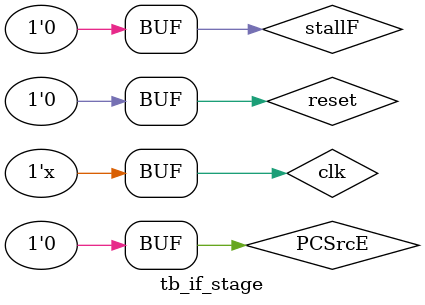
<source format=sv>
`timescale 1ns / 1ps


module tb_if_stage();

logic clk, reset, PCSrcE, stallF;
logic [31:0] PCTargetE, PCPlus4F, InstrF, PCF;

if_stage dut(clk, reset, PCSrcE, stallF, PCTargetE, PCPlus4F, InstrF, PCF);



always #5 clk=~clk;

initial begin
reset=1;
clk=0;
#20 reset=0;
PCSrcE=0;
stallF=0;
#40
stallF=1;
#20
stallF=0;

end

endmodule

</source>
